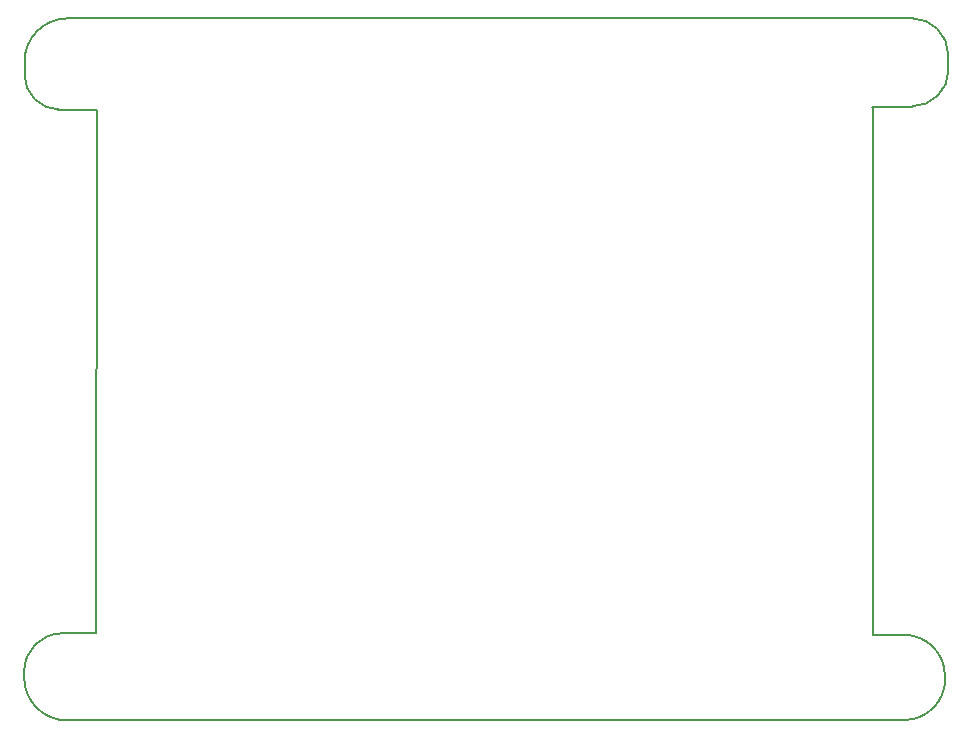
<source format=gbr>
G04 start of page 8 for group 6 idx 6 *
G04 Title: (unknown), outline *
G04 Creator: pcb 20140316 *
G04 CreationDate: Wed Jul  8 15:06:37 2015 UTC *
G04 For: frankenteddy *
G04 Format: Gerber/RS-274X *
G04 PCB-Dimensions (mil): 3270.00 2515.00 *
G04 PCB-Coordinate-Origin: lower left *
%MOIN*%
%FSLAX25Y25*%
%LNOUTLINE*%
%ADD51C,0.0070*%
G54D51*X300000Y10500D02*X19500D01*
X30000Y39500D02*X30400Y214100D01*
X18500Y39500D02*X30000D01*
X6000Y27000D02*Y24500D01*
X299500Y39000D02*X289200Y39100D01*
X20000Y244500D02*X302500D01*
X30400Y214100D02*X17200D01*
X6100Y231000D02*Y225500D01*
X301900Y215100D02*X288700D01*
X314000Y232500D02*Y227000D01*
X313000Y24000D02*Y26500D01*
X289000Y39102D02*Y215100D01*
X301900Y244500D02*G75*G02X314000Y232400I0J-12100D01*G01*
X314100Y227300D02*G75*G02X302000Y215200I-12100J0D01*G01*
X299300Y39000D02*G75*G02X312900Y25400I0J-13600D01*G01*
X313000Y24300D02*G75*G02X299300Y10600I-13700J0D01*G01*
X20500Y244500D02*G75*G03X6100Y230100I0J-14400D01*G01*
X17700Y214100D02*G75*G02X6100Y225700I0J11600D01*G01*
X18600Y39500D02*G75*G03X6000Y26900I0J-12600D01*G01*
Y24700D02*G75*G03X20200Y10500I14200J0D01*G01*
M02*

</source>
